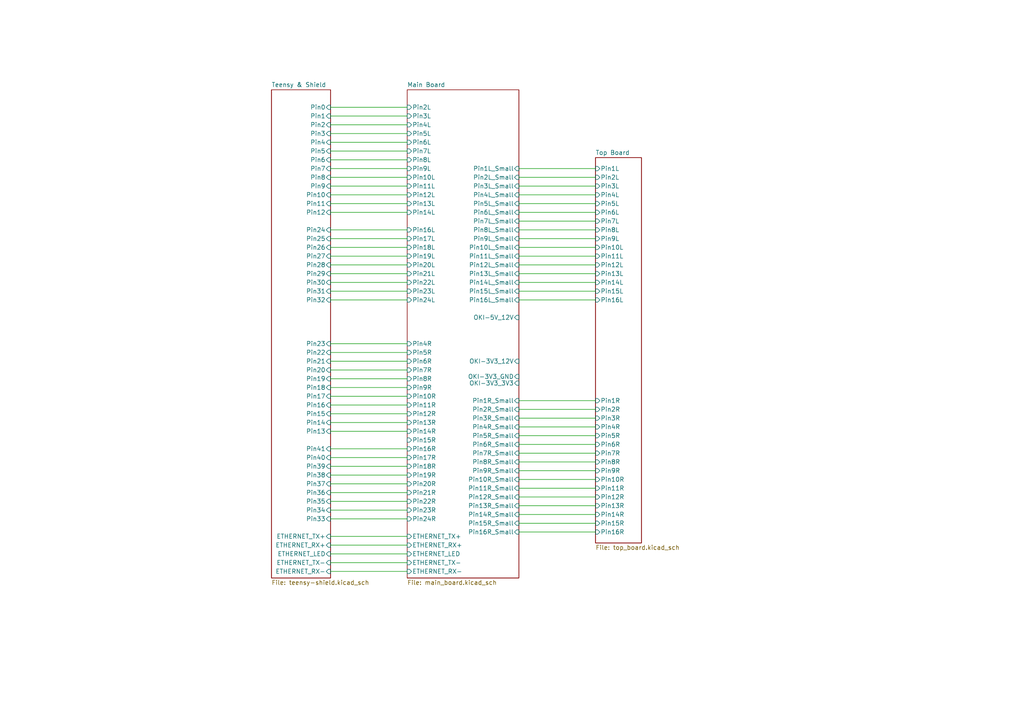
<source format=kicad_sch>
(kicad_sch (version 20211123) (generator eeschema)
  (paper "A4")
  (title_block (title "NavBoard") (rev "1") (company "MRDT"))
  (lib_symbols)
  (wire (pts (xy 150.495 81.915) (xy 172.72 81.915)))
  (wire (pts (xy 95.885 31.115) (xy 118.11 31.115)))
  (wire (pts (xy 150.495 48.895) (xy 172.72 48.895)))
  (wire (pts (xy 150.495 79.375) (xy 172.72 79.375)))
  (wire (pts (xy 95.885 117.475) (xy 118.11 117.475)))
  (wire (pts (xy 95.885 163.195) (xy 118.11 163.195)))
  (wire (pts (xy 150.495 149.225) (xy 172.72 149.225)))
  (wire (pts (xy 150.495 126.365) (xy 172.72 126.365)))
  (wire (pts (xy 150.495 144.145) (xy 172.72 144.145)))
  (wire (pts (xy 95.885 86.995) (xy 118.11 86.995)))
  (wire (pts (xy 95.885 155.575) (xy 118.11 155.575)))
  (wire (pts (xy 95.885 79.375) (xy 118.11 79.375)))
  (wire (pts (xy 95.885 137.795) (xy 118.11 137.795)))
  (wire (pts (xy 150.495 146.685) (xy 172.72 146.685)))
  (wire (pts (xy 95.885 147.955) (xy 118.11 147.955)))
  (wire (pts (xy 150.495 86.995) (xy 172.72 86.995)))
  (wire (pts (xy 95.885 43.815) (xy 118.11 43.815)))
  (wire (pts (xy 150.495 71.755) (xy 172.72 71.755)))
  (wire (pts (xy 95.885 158.115) (xy 118.11 158.115)))
  (wire (pts (xy 95.885 145.415) (xy 118.11 145.415)))
  (wire (pts (xy 95.885 53.975) (xy 118.11 53.975)))
  (wire (pts (xy 95.885 112.395) (xy 118.11 112.395)))
  (wire (pts (xy 95.885 69.215) (xy 118.11 69.215)))
  (wire (pts (xy 95.885 61.595) (xy 118.11 61.595)))
  (wire (pts (xy 95.885 76.835) (xy 118.11 76.835)))
  (wire (pts (xy 95.885 135.255) (xy 118.11 135.255)))
  (wire (pts (xy 95.885 165.735) (xy 118.11 165.735)))
  (wire (pts (xy 95.885 99.695) (xy 118.11 99.695)))
  (wire (pts (xy 150.495 61.595) (xy 172.72 61.595)))
  (wire (pts (xy 150.495 53.975) (xy 172.72 53.975)))
  (wire (pts (xy 150.495 139.065) (xy 172.72 139.065)))
  (wire (pts (xy 95.885 56.515) (xy 118.11 56.515)))
  (wire (pts (xy 150.495 51.435) (xy 172.72 51.435)))
  (wire (pts (xy 150.495 64.135) (xy 172.72 64.135)))
  (wire (pts (xy 95.885 38.735) (xy 118.11 38.735)))
  (wire (pts (xy 150.495 69.215) (xy 172.72 69.215)))
  (wire (pts (xy 95.885 81.915) (xy 118.11 81.915)))
  (wire (pts (xy 95.885 33.655) (xy 118.11 33.655)))
  (wire (pts (xy 95.885 84.455) (xy 118.11 84.455)))
  (wire (pts (xy 150.495 118.745) (xy 172.72 118.745)))
  (wire (pts (xy 95.885 48.895) (xy 118.11 48.895)))
  (wire (pts (xy 150.495 84.455) (xy 172.72 84.455)))
  (wire (pts (xy 95.885 120.015) (xy 118.11 120.015)))
  (wire (pts (xy 95.885 140.335) (xy 118.11 140.335)))
  (wire (pts (xy 95.885 104.775) (xy 118.11 104.775)))
  (wire (pts (xy 150.495 154.305) (xy 172.72 154.305)))
  (wire (pts (xy 95.885 150.495) (xy 118.11 150.495)))
  (wire (pts (xy 95.885 142.875) (xy 118.11 142.875)))
  (wire (pts (xy 95.885 122.555) (xy 118.11 122.555)))
  (wire (pts (xy 95.885 41.275) (xy 118.11 41.275)))
  (wire (pts (xy 95.885 36.195) (xy 118.11 36.195)))
  (wire (pts (xy 95.885 102.235) (xy 118.11 102.235)))
  (wire (pts (xy 150.495 116.205) (xy 172.72 116.205)))
  (wire (pts (xy 150.495 128.905) (xy 172.72 128.905)))
  (wire (pts (xy 95.885 125.095) (xy 118.11 125.095)))
  (wire (pts (xy 95.885 132.715) (xy 118.11 132.715)))
  (wire (pts (xy 95.885 109.855) (xy 118.11 109.855)))
  (wire (pts (xy 95.885 107.315) (xy 118.11 107.315)))
  (wire (pts (xy 150.495 151.765) (xy 172.72 151.765)))
  (wire (pts (xy 150.495 59.055) (xy 172.72 59.055)))
  (wire (pts (xy 150.495 141.605) (xy 172.72 141.605)))
  (wire (pts (xy 150.495 131.445) (xy 172.72 131.445)))
  (wire (pts (xy 95.885 59.055) (xy 118.11 59.055)))
  (wire (pts (xy 95.885 66.675) (xy 118.11 66.675)))
  (wire (pts (xy 150.495 56.515) (xy 172.72 56.515)))
  (wire (pts (xy 95.885 74.295) (xy 118.11 74.295)))
  (wire (pts (xy 150.495 121.285) (xy 172.72 121.285)))
  (wire (pts (xy 150.495 133.985) (xy 172.72 133.985)))
  (wire (pts (xy 95.885 46.355) (xy 118.11 46.355)))
  (wire (pts (xy 95.885 114.935) (xy 118.11 114.935)))
  (wire (pts (xy 95.885 71.755) (xy 118.11 71.755)))
  (wire (pts (xy 95.885 160.655) (xy 118.11 160.655)))
  (wire (pts (xy 150.495 136.525) (xy 172.72 136.525)))
  (wire (pts (xy 150.495 123.825) (xy 172.72 123.825)))
  (wire (pts (xy 150.495 66.675) (xy 172.72 66.675)))
  (wire (pts (xy 95.885 51.435) (xy 118.11 51.435)))
  (wire (pts (xy 150.495 76.835) (xy 172.72 76.835)))
  (wire (pts (xy 95.885 130.175) (xy 118.11 130.175)))
  (wire (pts (xy 150.495 74.295) (xy 172.72 74.295)))
  (label "ETHERNET_TX-" (at -54.61 349.885 0))
  (label "ETHERNET_TX+" (at -54.61 360.045 0))
  (label "ETHERNET_LED" (at -54.61 354.965 0))
  (label "ETHERNET_RX+" (at -54.61 352.425 0))
  (label "ETHERNET_RX-" (at -54.61 357.505 0))
  (sheet (at 172.72 45.72) (size 13.335 111.76) (stroke (width 0.1524))
    (property "Sheet name" "Top Board" (at 172.72 45.0084 0) (effects (justify left bottom)))
    (property "Sheet file" "top_board.kicad_sch" (at 172.72 158.0646 0) (effects (justify left top)))
    (pin "Pin14R" input (at 172.72 149.225 180))
    (pin "Pin12R" input (at 172.72 144.145 180))
    (pin "Pin13R" input (at 172.72 146.685 180))
    (pin "Pin15R" input (at 172.72 151.765 180))
    (pin "Pin16R" input (at 172.72 154.305 180))
    (pin "Pin10L" input (at 172.72 71.755 180))
    (pin "Pin7L" input (at 172.72 64.135 180))
    (pin "Pin11L" input (at 172.72 74.295 180))
    (pin "Pin9L" input (at 172.72 69.215 180))
    (pin "Pin8L" input (at 172.72 66.675 180))
    (pin "Pin4L" input (at 172.72 56.515 180))
    (pin "Pin1L" input (at 172.72 48.895 180))
    (pin "Pin2L" input (at 172.72 51.435 180))
    (pin "Pin6L" input (at 172.72 61.595 180))
    (pin "Pin5L" input (at 172.72 59.055 180))
    (pin "Pin3L" input (at 172.72 53.975 180))
    (pin "Pin16L" input (at 172.72 86.995 180))
    (pin "Pin14L" input (at 172.72 81.915 180))
    (pin "Pin13L" input (at 172.72 79.375 180))
    (pin "Pin12L" input (at 172.72 76.835 180))
    (pin "Pin15L" input (at 172.72 84.455 180))
    (pin "Pin9R" input (at 172.72 136.525 180))
    (pin "Pin8R" input (at 172.72 133.985 180))
    (pin "Pin6R" input (at 172.72 128.905 180))
    (pin "Pin7R" input (at 172.72 131.445 180))
    (pin "Pin10R" input (at 172.72 139.065 180))
    (pin "Pin11R" input (at 172.72 141.605 180))
    (pin "Pin4R" input (at 172.72 123.825 180))
    (pin "Pin5R" input (at 172.72 126.365 180))
    (pin "Pin1R" input (at 172.72 116.205 180))
    (pin "Pin2R" input (at 172.72 118.745 180))
    (pin "Pin3R" input (at 172.72 121.285 180))
  )
  (sheet (at 118.11 26.035) (size 32.385 141.605) (stroke (width 0.1524))
    (property "Sheet name" "Main Board" (at 118.11 25.3234 0) (effects (justify left bottom)))
    (property "Sheet file" "main_board.kicad_sch" (at 118.11 168.2246 0) (effects (justify left top)))
    (pin "ETHERNET_LED" input (at 118.11 160.655 180))
    (pin "ETHERNET_TX-" input (at 118.11 163.195 180))
    (pin "ETHERNET_RX+" input (at 118.11 158.115 180))
    (pin "ETHERNET_TX+" input (at 118.11 155.575 180))
    (pin "ETHERNET_RX-" input (at 118.11 165.735 180))
    (pin "Pin9R" input (at 118.11 112.395 180))
    (pin "Pin8R" input (at 118.11 109.855 180))
    (pin "Pin10R" input (at 118.11 114.935 180))
    (pin "Pin7R" input (at 118.11 107.315 180))
    (pin "Pin11R" input (at 118.11 117.475 180))
    (pin "Pin13R" input (at 118.11 122.555 180))
    (pin "Pin12R" input (at 118.11 120.015 180))
    (pin "Pin24R" input (at 118.11 150.495 180))
    (pin "Pin6R" input (at 118.11 104.775 180))
    (pin "Pin1R_Small" input (at 150.495 116.205 0))
    (pin "Pin3R_Small" input (at 150.495 121.285 0))
    (pin "Pin2R_Small" input (at 150.495 118.745 0))
    (pin "Pin4R_Small" input (at 150.495 123.825 0))
    (pin "Pin6L" input (at 118.11 41.275 180))
    (pin "Pin3L" input (at 118.11 33.655 180))
    (pin "Pin2L" input (at 118.11 31.115 180))
    (pin "Pin4L" input (at 118.11 36.195 180))
    (pin "Pin5L" input (at 118.11 38.735 180))
    (pin "Pin9L" input (at 118.11 48.895 180))
    (pin "Pin8L" input (at 118.11 46.355 180))
    (pin "Pin7L" input (at 118.11 43.815 180))
    (pin "Pin22L" input (at 118.11 81.915 180))
    (pin "Pin23L" input (at 118.11 84.455 180))
    (pin "Pin24L" input (at 118.11 86.995 180))
    (pin "Pin16L" input (at 118.11 66.675 180))
    (pin "Pin12L" input (at 118.11 56.515 180))
    (pin "Pin14L" input (at 118.11 61.595 180))
    (pin "Pin13L" input (at 118.11 59.055 180))
    (pin "Pin10L" input (at 118.11 51.435 180))
    (pin "Pin11L" input (at 118.11 53.975 180))
    (pin "Pin17L" input (at 118.11 69.215 180))
    (pin "Pin18L" input (at 118.11 71.755 180))
    (pin "Pin19L" input (at 118.11 74.295 180))
    (pin "Pin20L" input (at 118.11 76.835 180))
    (pin "Pin21L" input (at 118.11 79.375 180))
    (pin "Pin16R" input (at 118.11 130.175 180))
    (pin "Pin14R" input (at 118.11 125.095 180))
    (pin "Pin15R" input (at 118.11 127.635 180))
    (pin "Pin17R" input (at 118.11 132.715 180))
    (pin "Pin18R" input (at 118.11 135.255 180))
    (pin "Pin19R" input (at 118.11 137.795 180))
    (pin "Pin20R" input (at 118.11 140.335 180))
    (pin "Pin21R" input (at 118.11 142.875 180))
    (pin "Pin22R" input (at 118.11 145.415 180))
    (pin "Pin23R" input (at 118.11 147.955 180))
    (pin "Pin15L_Small" input (at 150.495 84.455 0))
    (pin "Pin13L_Small" input (at 150.495 79.375 0))
    (pin "Pin14L_Small" input (at 150.495 81.915 0))
    (pin "Pin12L_Small" input (at 150.495 76.835 0))
    (pin "Pin16L_Small" input (at 150.495 86.995 0))
    (pin "Pin9R_Small" input (at 150.495 136.525 0))
    (pin "Pin7R_Small" input (at 150.495 131.445 0))
    (pin "Pin8R_Small" input (at 150.495 133.985 0))
    (pin "Pin5R_Small" input (at 150.495 126.365 0))
    (pin "Pin6R_Small" input (at 150.495 128.905 0))
    (pin "Pin13R_Small" input (at 150.495 146.685 0))
    (pin "Pin12R_Small" input (at 150.495 144.145 0))
    (pin "Pin11R_Small" input (at 150.495 141.605 0))
    (pin "Pin10R_Small" input (at 150.495 139.065 0))
    (pin "Pin16R_Small" input (at 150.495 154.305 0))
    (pin "Pin14R_Small" input (at 150.495 149.225 0))
    (pin "Pin15R_Small" input (at 150.495 151.765 0))
    (pin "Pin4L_Small" input (at 150.495 56.515 0))
    (pin "Pin2L_Small" input (at 150.495 51.435 0))
    (pin "Pin1L_Small" input (at 150.495 48.895 0))
    (pin "Pin3L_Small" input (at 150.495 53.975 0))
    (pin "Pin5L_Small" input (at 150.495 59.055 0))
    (pin "Pin6L_Small" input (at 150.495 61.595 0))
    (pin "Pin9L_Small" input (at 150.495 69.215 0))
    (pin "Pin10L_Small" input (at 150.495 71.755 0))
    (pin "Pin7L_Small" input (at 150.495 64.135 0))
    (pin "Pin8L_Small" input (at 150.495 66.675 0))
    (pin "Pin11L_Small" input (at 150.495 74.295 0))
    (pin "Pin5R" input (at 118.11 102.235 180))
    (pin "Pin4R" input (at 118.11 99.695 180))
    (pin "OKI-5V_12V" input (at 150.495 92.075 0))
    (pin "OKI-3V3_GND" input (at 150.495 109.22 0))
    (pin "OKI-3V3_3V3" input (at 150.495 111.125 0))
    (pin "OKI-3V3_12V" input (at 150.495 104.775 0))
  )
  (sheet (at 78.74 26.035) (size 17.145 141.605) (stroke (width 0.1524))
    (property "Sheet name" "Teensy & Shield" (at 78.74 25.3234 0) (effects (justify left bottom)))
    (property "Sheet file" "teensy-shield.kicad_sch" (at 78.74 168.2246 0) (effects (justify left top)))
    (pin "ETHERNET_RX-" input (at 95.885 165.735 0))
    (pin "ETHERNET_TX+" input (at 95.885 155.575 0))
    (pin "ETHERNET_RX+" input (at 95.885 158.115 0))
    (pin "ETHERNET_TX-" input (at 95.885 163.195 0))
    (pin "ETHERNET_LED" input (at 95.885 160.655 0))
    (pin "Pin28" input (at 95.885 76.835 0))
    (pin "Pin29" input (at 95.885 79.375 0))
    (pin "Pin30" input (at 95.885 81.915 0))
    (pin "Pin31" input (at 95.885 84.455 0))
    (pin "Pin32" input (at 95.885 86.995 0))
    (pin "Pin24" input (at 95.885 66.675 0))
    (pin "Pin25" input (at 95.885 69.215 0))
    (pin "Pin26" input (at 95.885 71.755 0))
    (pin "Pin27" input (at 95.885 74.295 0))
    (pin "Pin19" input (at 95.885 109.855 0))
    (pin "Pin18" input (at 95.885 112.395 0))
    (pin "Pin22" input (at 95.885 102.235 0))
    (pin "Pin23" input (at 95.885 99.695 0))
    (pin "Pin21" input (at 95.885 104.775 0))
    (pin "Pin20" input (at 95.885 107.315 0))
    (pin "Pin16" input (at 95.885 117.475 0))
    (pin "Pin17" input (at 95.885 114.935 0))
    (pin "Pin2" input (at 95.885 36.195 0))
    (pin "Pin3" input (at 95.885 38.735 0))
    (pin "Pin1" input (at 95.885 33.655 0))
    (pin "Pin4" input (at 95.885 41.275 0))
    (pin "Pin6" input (at 95.885 46.355 0))
    (pin "Pin7" input (at 95.885 48.895 0))
    (pin "Pin5" input (at 95.885 43.815 0))
    (pin "Pin8" input (at 95.885 51.435 0))
    (pin "Pin9" input (at 95.885 53.975 0))
    (pin "Pin10" input (at 95.885 56.515 0))
    (pin "Pin12" input (at 95.885 61.595 0))
    (pin "Pin11" input (at 95.885 59.055 0))
    (pin "Pin0" input (at 95.885 31.115 0))
    (pin "Pin15" input (at 95.885 120.015 0))
    (pin "Pin41" input (at 95.885 130.175 0))
    (pin "Pin39" input (at 95.885 135.255 0))
    (pin "Pin40" input (at 95.885 132.715 0))
    (pin "Pin34" input (at 95.885 147.955 0))
    (pin "Pin33" input (at 95.885 150.495 0))
    (pin "Pin14" input (at 95.885 122.555 0))
    (pin "Pin13" input (at 95.885 125.095 0))
    (pin "Pin37" input (at 95.885 140.335 0))
    (pin "Pin38" input (at 95.885 137.795 0))
    (pin "Pin35" input (at 95.885 145.415 0))
    (pin "Pin36" input (at 95.885 142.875 0))
  )
)
</source>
